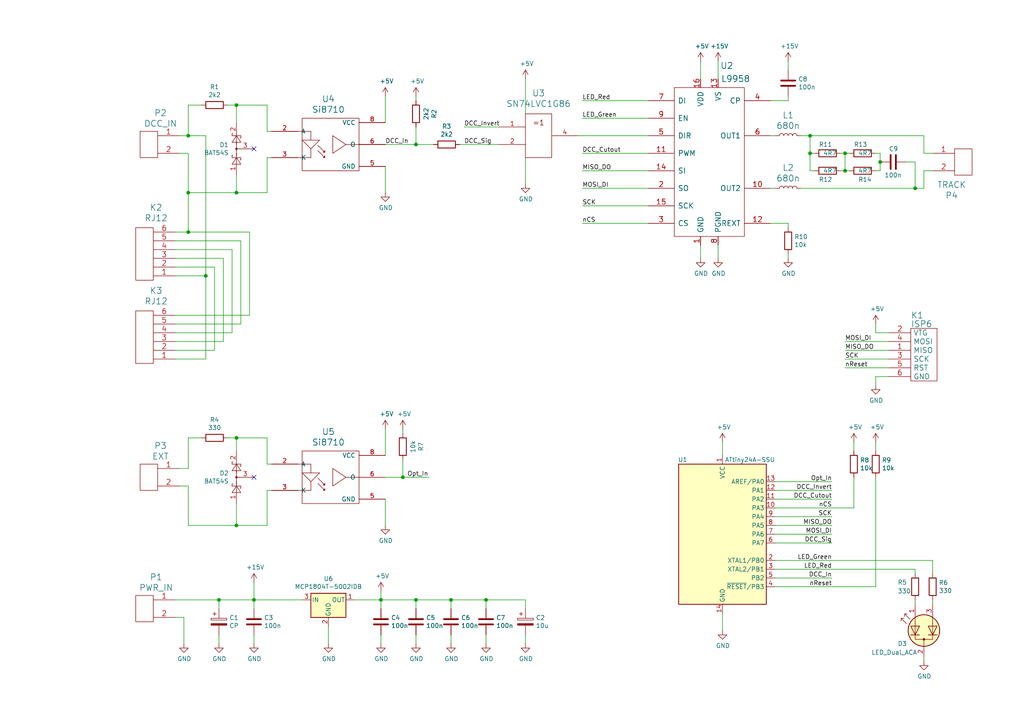
<source format=kicad_sch>
(kicad_sch (version 20211123) (generator eeschema)
  (paper "A4")
  (title_block (title "DCC Booster 3") (date "2020-07-07 MV") (rev "0436 -"))
  (lib_symbols
    (symbol "Device:C" (pin_numbers hide) (pin_names (offset 0.254))
      (property "Reference" "C" (at 0.635 2.54 0))
      (property "Value" "C" (at 0.635 -2.54 0))
      (symbol "C_0_1"
        (polyline (pts (xy -2.032 -0.762) (xy 2.032 -0.762)) (stroke (width 0.508)))
        (polyline (pts (xy -2.032 0.762) (xy 2.032 0.762)) (stroke (width 0.508)))
      )
      (symbol "C_1_1"
        (pin passive line (at 0 3.81 270) (length 2.794) (name "~") (number "1"))
        (pin passive line (at 0 -3.81 90) (length 2.794) (name "~") (number "2"))
      )
    )
    (symbol "Device:L" (pin_numbers hide) (pin_names (offset 1.016) hide)
      (property "Reference" "L" (at -1.27 0 90))
      (property "Value" "L" (at 1.905 0 90))
      (symbol "L_0_1"
        (arc (start 0 -2.54) (mid 0.635 -1.905) (end 0 -1.27))
        (arc (start 0 -1.27) (mid 0.635 -0.635) (end 0 0))
        (arc (start 0 0) (mid 0.635 0.635) (end 0 1.27))
        (arc (start 0 1.27) (mid 0.635 1.905) (end 0 2.54))
      )
      (symbol "L_1_1"
        (pin passive line (at 0 3.81 270) (length 1.27) (name "1") (number "1"))
        (pin passive line (at 0 -3.81 90) (length 1.27) (name "2") (number "2"))
      )
    )
    (symbol "Device:R" (pin_numbers hide) (pin_names (offset 0))
      (property "Reference" "R" (at 2.032 0 90))
      (property "Value" "R" (at 0 0 90))
      (symbol "R_0_1"
        (rectangle (start -1.016 -2.54) (end 1.016 2.54) (stroke (width 0.254)))
      )
      (symbol "R_1_1"
        (pin passive line (at 0 3.81 270) (length 1.27) (name "~") (number "1"))
        (pin passive line (at 0 -3.81 90) (length 1.27) (name "~") (number "2"))
      )
    )
    (symbol "Diode:BAT54S" (pin_names (offset 1.016))
      (property "Reference" "D" (at 0.635 -3.81 0))
      (property "Value" "BAT54S" (at -6.35 3.175 0))
      (symbol "BAT54S_0_1"
        (polyline (pts (xy -3.81 0) (xy -1.27 0)))
        (polyline (pts (xy -3.175 -1.27) (xy -3.175 -1.016)))
        (polyline (pts (xy -2.54 -1.27) (xy -3.175 -1.27)))
        (polyline (pts (xy -2.54 -1.27) (xy -2.54 1.27)))
        (polyline (pts (xy -2.54 1.27) (xy -1.905 1.27)))
        (polyline (pts (xy -1.905 0) (xy 1.905 0)))
        (polyline (pts (xy -1.905 1.27) (xy -1.905 1.016)))
        (polyline (pts (xy 1.27 0) (xy 3.81 0)))
        (polyline (pts (xy 3.175 -1.27) (xy 3.175 -1.016)))
        (polyline (pts (xy 3.81 -1.27) (xy 3.175 -1.27)))
        (polyline (pts (xy 3.81 -1.27) (xy 3.81 1.27)))
        (polyline (pts (xy 3.81 1.27) (xy 4.445 1.27)))
        (polyline (pts (xy 4.445 1.27) (xy 4.445 1.016)))
        (polyline (pts (xy -4.445 1.27) (xy -4.445 -1.27) (xy -2.54 0) (xy -4.445 1.27)))
        (polyline (pts (xy 1.905 1.27) (xy 1.905 -1.27) (xy 3.81 0) (xy 1.905 1.27)))
        (circle (center 0 0) (radius 0.254) (fill (type outline)))
      )
      (symbol "BAT54S_1_1"
        (pin passive line (at -7.62 0 0) (length 3.81) (name "~") (number "1"))
        (pin passive line (at 7.62 0 180) (length 3.81) (name "~") (number "2"))
        (pin passive line (at 0 -5.08 90) (length 5.08) (name "~") (number "3"))
      )
    )
    (symbol "Regulator_Linear:MCP1804x-5002xDB" (pin_names (offset 0.254))
      (property "Reference" "U" (at -3.81 3.175 0))
      (property "Value" "MCP1804x-5002xDB" (at -0.635 3.175 0))
      (symbol "MCP1804x-5002xDB_0_1"
        (rectangle (start -5.08 1.905) (end 5.08 -5.08) (stroke (width 0.254)) (fill (type background)))
      )
      (symbol "MCP1804x-5002xDB_1_1"
        (pin power_out line (at 7.62 0 180) (length 2.54) (name "OUT") (number "1"))
        (pin power_in line (at 0 -7.62 90) (length 2.54) (name "GND") (number "2"))
        (pin power_in line (at -7.62 0 0) (length 2.54) (name "IN") (number "3"))
      )
    )
    (symbol "base:CONN_2" (pin_names (offset 1.016) hide)
      (property "Reference" "P" (at -1.27 0 90))
      (property "Value" "CONN_2" (at 1.27 0 90))
      (symbol "CONN_2_0_1"
        (rectangle (start -2.54 3.81) (end 2.54 -3.81))
      )
      (symbol "CONN_2_1_1"
        (pin passive line (at -8.89 2.54 0) (length 6.35) (name "P1") (number "1"))
        (pin passive line (at -8.89 -2.54 0) (length 6.35) (name "PM") (number "2"))
      )
    )
    (symbol "base:CONN_6" (pin_names (offset 0.762) hide)
      (property "Reference" "P" (at -1.27 0 90))
      (property "Value" "CONN_6" (at 1.27 0 90))
      (symbol "CONN_6_0_1"
        (rectangle (start -2.54 7.62) (end 2.54 -7.62))
      )
      (symbol "CONN_6_1_1"
        (pin passive line (at -8.89 6.35 0) (length 6.35) (name "1") (number "1"))
        (pin passive line (at -8.89 3.81 0) (length 6.35) (name "2") (number "2"))
        (pin passive line (at -8.89 1.27 0) (length 6.35) (name "3") (number "3"))
        (pin passive line (at -8.89 -1.27 0) (length 6.35) (name "4") (number "4"))
        (pin passive line (at -8.89 -3.81 0) (length 6.35) (name "5") (number "5"))
        (pin passive line (at -8.89 -6.35 0) (length 6.35) (name "6") (number "6"))
      )
    )
    (symbol "base:ISP6" (pin_names (offset 0.762))
      (property "Reference" "K" (at -1.27 11.43 0))
      (property "Value" "ISP6" (at 0 8.89 0))
      (property "Footprint" "pin_array_3x2" (at -3.81 -2.54 90))
      (symbol "ISP6_0_1"
        (rectangle (start -2.54 7.62) (end 5.08 -7.62))
      )
      (symbol "ISP6_1_1"
        (pin passive line (at -8.89 1.27 0) (length 6.35) (name "MISO") (number "1"))
        (pin passive line (at -8.89 6.35 0) (length 6.35) (name "VTG") (number "2"))
        (pin passive line (at -8.89 -1.27 0) (length 6.35) (name "SCK") (number "3"))
        (pin passive line (at -8.89 3.81 0) (length 6.35) (name "MOSI") (number "4"))
        (pin passive line (at -8.89 -3.81 0) (length 6.35) (name "RST") (number "5"))
        (pin passive line (at -8.89 -6.35 0) (length 6.35) (name "GND") (number "6"))
      )
    )
    (symbol "base:L9958" (pin_names (offset 1.016))
      (property "Reference" "U" (at 6.35 22.86 0))
      (property "Value" "L9958" (at 7.62 -24.13 0))
      (symbol "L9958_0_1"
        (rectangle (start -10.16 -21.59) (end 10.16 21.59))
      )
      (symbol "L9958_1_1"
        (pin power_in line (at -2.54 -24.13 90) (length 2.54) (name "GND") (number "1"))
        (pin tri_state line (at 17.78 -7.62 180) (length 7.62) (name "OUT2") (number "10"))
        (pin input line (at -17.78 2.54 0) (length 7.62) (name "PWM") (number "11"))
        (pin passive line (at 17.78 -17.78 180) (length 7.62) (name "REXT") (number "12"))
        (pin power_in line (at 2.54 24.13 270) (length 2.54) (name "VS") (number "13"))
        (pin input line (at -17.78 -2.54 0) (length 7.62) (name "SI") (number "14"))
        (pin input line (at -17.78 -12.7 0) (length 7.62) (name "SCK") (number "15"))
        (pin power_in line (at -2.54 24.13 270) (length 2.54) (name "VDD") (number "16"))
        (pin output line (at -17.78 -7.62 0) (length 7.62) (name "SO") (number "2"))
        (pin input line (at -17.78 -17.78 0) (length 7.62) (name "CS") (number "3"))
        (pin passive line (at 17.78 17.78 180) (length 7.62) (name "CP") (number "4"))
        (pin input line (at -17.78 7.62 0) (length 7.62) (name "DIR") (number "5"))
        (pin tri_state line (at 17.78 7.62 180) (length 7.62) (name "OUT1") (number "6"))
        (pin input line (at -17.78 17.78 0) (length 7.62) (name "DI") (number "7"))
        (pin power_in line (at 2.54 -24.13 90) (length 2.54) (name "PGND") (number "8"))
        (pin input line (at -17.78 12.7 0) (length 7.62) (name "EN") (number "9"))
      )
    )
    (symbol "base:SN74LVC1G86" (pin_names (offset 1.778))
      (property "Reference" "U" (at -2.54 7.62 0))
      (property "Value" "SN74LVC1G86" (at -3.81 -7.62 0))
      (symbol "SN74LVC1G86_0_0"
        (text "=1" (at 0 3.81 0) (effects (font (size 1.524 1.524))))
        (pin power_in line (at -3.81 -6.35 90) (length 0) hide (name "GND") (number "3"))
        (pin power_in line (at -3.81 6.35 270) (length 0) hide (name "VCC") (number "5"))
      )
      (symbol "SN74LVC1G86_0_1"
        (rectangle (start -3.81 6.35) (end 3.81 -6.35))
      )
      (symbol "SN74LVC1G86_1_0"
        (pin input line (at -11.43 -2.54 0) (length 7.62) (name "~") (number "2"))
      )
      (symbol "SN74LVC1G86_1_1"
        (pin input line (at -11.43 2.54 0) (length 7.62) (name "~") (number "1"))
        (pin output line (at 11.43 0 180) (length 7.62) (name "~") (number "4"))
      )
    )
    (symbol "base:Si8710" (pin_names (offset 1.016))
      (property "Reference" "U" (at -6.35 10.16 0))
      (property "Value" "Si8710" (at -1.27 12.7 0))
      (symbol "Si8710_0_1"
        (rectangle (start -8.89 7.62) (end 7.62 -7.62))
        (polyline (pts (xy 3.81 0) (xy 7.62 0)))
        (polyline (pts (xy -10.16 -3.81) (xy -8.89 -3.81) (xy -8.89 -3.81)))
        (polyline (pts (xy -10.16 3.81) (xy -8.89 3.81) (xy -8.89 3.81)))
        (polyline (pts (xy -2.794 -2.286) (xy -2.286 -1.778) (xy -2.286 -1.778)))
        (polyline (pts (xy -6.35 -1.27) (xy -6.35 -3.81) (xy -8.89 -3.81) (xy -8.89 -3.81)))
        (polyline (pts (xy 0 2.54) (xy 0 -2.54) (xy 3.81 0) (xy 0 2.54)))
        (polyline (pts (xy -4.318 -0.254) (xy -2.286 -2.286) (xy -2.286 -1.778) (xy -2.286 -2.286) (xy -2.794 -2.286) (xy -2.794 -2.286)))
        (polyline (pts (xy -4.318 -1.778) (xy -2.286 -3.81) (xy -2.286 -3.302) (xy -2.286 -3.81) (xy -2.794 -3.81) (xy -2.286 -3.302) (xy -2.286 -3.302)))
        (polyline (pts (xy -8.89 3.81) (xy -6.35 3.81) (xy -6.35 1.27) (xy -8.89 1.27) (xy -6.35 -1.27) (xy -3.81 1.27) (xy -6.35 1.27) (xy -6.35 1.27)))
        (pin input line (at 15.24 -6.35 180) (length 7.62) (name "GND") (number "5"))
        (pin input line (at 15.24 6.35 180) (length 7.62) (name "VCC") (number "8"))
      )
      (symbol "Si8710_1_1"
        (pin input line (at -17.78 3.81 0) (length 7.62) (name "A") (number "2"))
        (pin input line (at -17.78 -3.81 0) (length 7.62) (name "K") (number "3"))
        (pin output line (at 15.24 0 180) (length 7.62) (name "O") (number "6"))
      )
    )
    (symbol "booster-rescue:ATtiny24A-SSU-MCU_Microchip_ATtiny"
      (property "Reference" "U" (at -12.7 21.59 0))
      (property "Value" "ATtiny24A-SSU-MCU_Microchip_ATtiny" (at 2.54 -21.59 0))
      (symbol "ATtiny24A-SSU-MCU_Microchip_ATtiny_0_1"
        (rectangle (start -12.7 -20.32) (end 12.7 20.32) (stroke (width 0.254)) (fill (type background)))
      )
      (symbol "ATtiny24A-SSU-MCU_Microchip_ATtiny_1_1"
        (pin power_in line (at 0 22.86 270) (length 2.54) (name "VCC") (number "1"))
        (pin bidirectional line (at 15.24 7.62 180) (length 2.54) (name "PA3") (number "10"))
        (pin bidirectional line (at 15.24 10.16 180) (length 2.54) (name "PA2") (number "11"))
        (pin bidirectional line (at 15.24 12.7 180) (length 2.54) (name "PA1") (number "12"))
        (pin bidirectional line (at 15.24 15.24 180) (length 2.54) (name "AREF/PA0") (number "13"))
        (pin power_in line (at 0 -22.86 90) (length 2.54) (name "GND") (number "14"))
        (pin bidirectional line (at 15.24 -7.62 180) (length 2.54) (name "XTAL1/PB0") (number "2"))
        (pin bidirectional line (at 15.24 -10.16 180) (length 2.54) (name "XTAL2/PB1") (number "3"))
        (pin bidirectional line (at 15.24 -15.24 180) (length 2.54) (name "~{RESET}/PB3") (number "4"))
        (pin bidirectional line (at 15.24 -12.7 180) (length 2.54) (name "PB2") (number "5"))
        (pin bidirectional line (at 15.24 -2.54 180) (length 2.54) (name "PA7") (number "6"))
        (pin bidirectional line (at 15.24 0 180) (length 2.54) (name "PA6") (number "7"))
        (pin bidirectional line (at 15.24 2.54 180) (length 2.54) (name "PA5") (number "8"))
        (pin bidirectional line (at 15.24 5.08 180) (length 2.54) (name "PA4") (number "9"))
      )
    )
    (symbol "booster-rescue:CP-Device" (pin_numbers hide) (pin_names (offset 0.254))
      (property "Reference" "C" (at 0.635 2.54 0))
      (property "Value" "CP-Device" (at 0.635 -2.54 0))
      (symbol "CP-Device_0_1"
        (rectangle (start -2.286 0.508) (end 2.286 1.016))
        (polyline (pts (xy -1.778 2.286) (xy -0.762 2.286)))
        (polyline (pts (xy -1.27 2.794) (xy -1.27 1.778)))
        (rectangle (start 2.286 -0.508) (end -2.286 -1.016) (fill (type outline)))
      )
      (symbol "CP-Device_1_1"
        (pin passive line (at 0 3.81 270) (length 2.794) (name "~") (number "1"))
        (pin passive line (at 0 -3.81 90) (length 2.794) (name "~") (number "2"))
      )
    )
    (symbol "booster-rescue:LED_Dual_ACA-Device" (pin_names (offset 0) hide)
      (property "Reference" "D" (at 0 5.715 0))
      (property "Value" "LED_Dual_ACA-Device" (at 0 -6.35 0))
      (symbol "LED_Dual_ACA-Device_0_1"
        (circle (center -2.54 0) (radius 0.2794) (fill (type outline)))
        (polyline (pts (xy -4.572 0) (xy -2.54 0)))
        (polyline (pts (xy -1.27 -1.27) (xy -1.27 -3.81)) (stroke (width 0.2032)))
        (polyline (pts (xy -1.27 1.27) (xy -1.27 3.81)) (stroke (width 0.2032)))
        (polyline (pts (xy 3.81 -2.54) (xy 1.905 -2.54)))
        (polyline (pts (xy 3.81 2.54) (xy 1.905 2.54)))
        (polyline (pts (xy 1.27 -3.81) (xy 1.27 -1.27) (xy -1.27 -2.54) (xy 1.27 -3.81)) (stroke (width 0.2032)))
        (polyline (pts (xy 1.27 1.27) (xy 1.27 3.81) (xy -1.27 2.54) (xy 1.27 1.27)) (stroke (width 0.2032)))
        (polyline (pts (xy 2.032 2.54) (xy -2.54 2.54) (xy -2.54 -2.54) (xy 2.032 -2.54)))
        (polyline (pts (xy 2.032 5.08) (xy 3.556 6.604) (xy 2.794 6.604) (xy 3.556 6.604) (xy 3.556 5.842)))
        (polyline (pts (xy 3.302 4.064) (xy 4.826 5.588) (xy 4.064 5.588) (xy 4.826 5.588) (xy 4.826 4.826)))
        (circle (center 0 0) (radius 4.572) (stroke (width 0.254)) (fill (type background)))
      )
      (symbol "LED_Dual_ACA-Device_1_1"
        (pin input line (at 7.62 2.54 180) (length 3.81) (name "A1") (number "1"))
        (pin input line (at -7.62 0 0) (length 3.048) (name "K") (number "2"))
        (pin input line (at 7.62 -2.54 180) (length 3.81) (name "A2") (number "3"))
      )
    )
    (symbol "power:+15V" (power) (pin_names (offset 0))
      (property "Value" "+15V" (at 0 3.556 0))
      (symbol "+15V_0_1"
        (polyline (pts (xy -0.762 1.27) (xy 0 2.54)))
        (polyline (pts (xy 0 0) (xy 0 2.54)))
        (polyline (pts (xy 0 2.54) (xy 0.762 1.27)))
      )
      (symbol "+15V_1_1"
        (pin power_in line (at 0 0 90) (length 0) hide (name "+15V") (number "1"))
      )
    )
    (symbol "power:+5V" (power) (pin_names (offset 0))
      (property "Value" "+5V" (at 0 3.556 0))
      (symbol "+5V_0_1"
        (polyline (pts (xy -0.762 1.27) (xy 0 2.54)))
        (polyline (pts (xy 0 0) (xy 0 2.54)))
        (polyline (pts (xy 0 2.54) (xy 0.762 1.27)))
      )
      (symbol "+5V_1_1"
        (pin power_in line (at 0 0 90) (length 0) hide (name "+5V") (number "1"))
      )
    )
    (symbol "power:GND" (power) (pin_names (offset 0))
      (property "Value" "GND" (at 0 -3.81 0))
      (symbol "GND_0_1"
        (polyline (pts (xy 0 0) (xy 0 -1.27) (xy 1.27 -1.27) (xy 0 -2.54) (xy -1.27 -1.27) (xy 0 -1.27)))
      )
      (symbol "GND_1_1"
        (pin power_in line (at 0 0 270) (length 0) hide (name "GND") (number "1"))
      )
    )
  )
  (junction (at 68.58 127))
  (junction (at 73.66 173.99))
  (junction (at 140.97 173.99))
  (junction (at 130.81 173.99))
  (junction (at 63.5 173.99))
  (junction (at 68.58 55.88))
  (junction (at 68.58 152.4))
  (junction (at 234.95 39.37))
  (junction (at 245.11 44.45))
  (junction (at 54.61 39.37))
  (junction (at 54.61 67.31))
  (junction (at 255.27 46.99))
  (junction (at 68.58 30.48))
  (junction (at 234.95 44.45))
  (junction (at 116.84 138.43))
  (junction (at 265.43 54.61))
  (junction (at 120.65 41.91))
  (junction (at 110.49 173.99))
  (junction (at 120.65 173.99))
  (junction (at 245.11 49.53))
  (junction (at 54.61 55.88))
  (junction (at 59.69 80.01))
  (no_connect (at 73.66 43.18))
  (no_connect (at 73.66 138.43))
  (wire (pts (xy 72.39 91.44) (xy 50.8 91.44)))
  (wire (pts (xy 223.52 64.77) (xy 228.6 64.77)))
  (wire (pts (xy 208.28 71.12) (xy 208.28 74.93)))
  (wire (pts (xy 270.51 173.99) (xy 270.51 175.26)))
  (wire (pts (xy 110.49 176.53) (xy 110.49 173.99)))
  (wire (pts (xy 50.8 77.47) (xy 62.23 77.47)))
  (wire (pts (xy 245.11 106.68) (xy 257.81 106.68)))
  (wire (pts (xy 245.11 44.45) (xy 246.38 44.45)))
  (wire (pts (xy 67.31 72.39) (xy 67.31 96.52)))
  (wire (pts (xy 208.28 17.78) (xy 208.28 22.86)))
  (wire (pts (xy 262.89 46.99) (xy 265.43 46.99)))
  (wire (pts (xy 95.25 186.69) (xy 95.25 181.61)))
  (wire (pts (xy 110.49 171.45) (xy 110.49 173.99)))
  (wire (pts (xy 116.84 124.46) (xy 116.84 125.73)))
  (wire (pts (xy 50.8 69.85) (xy 69.85 69.85)))
  (wire (pts (xy 111.76 138.43) (xy 116.84 138.43)))
  (wire (pts (xy 228.6 27.94) (xy 228.6 29.21)))
  (wire (pts (xy 78.74 45.72) (xy 77.47 45.72)))
  (wire (pts (xy 68.58 50.8) (xy 68.58 55.88)))
  (wire (pts (xy 72.39 67.31) (xy 72.39 91.44)))
  (wire (pts (xy 87.63 173.99) (xy 73.66 173.99)))
  (wire (pts (xy 54.61 39.37) (xy 54.61 30.48)))
  (wire (pts (xy 68.58 127) (xy 77.47 127)))
  (wire (pts (xy 255.27 49.53) (xy 255.27 46.99)))
  (wire (pts (xy 243.84 44.45) (xy 245.11 44.45)))
  (wire (pts (xy 68.58 130.81) (xy 68.58 127)))
  (wire (pts (xy 245.11 101.6) (xy 257.81 101.6)))
  (wire (pts (xy 54.61 55.88) (xy 54.61 67.31)))
  (wire (pts (xy 120.65 27.94) (xy 120.65 29.21)))
  (wire (pts (xy 120.65 36.83) (xy 120.65 41.91)))
  (wire (pts (xy 234.95 44.45) (xy 234.95 39.37)))
  (wire (pts (xy 224.79 142.24) (xy 241.3 142.24)))
  (wire (pts (xy 77.47 30.48) (xy 77.47 38.1)))
  (wire (pts (xy 267.97 39.37) (xy 267.97 44.45)))
  (wire (pts (xy 78.74 142.24) (xy 77.47 142.24)))
  (wire (pts (xy 64.77 99.06) (xy 50.8 99.06)))
  (wire (pts (xy 265.43 166.37) (xy 265.43 165.1)))
  (wire (pts (xy 167.64 39.37) (xy 187.96 39.37)))
  (wire (pts (xy 77.47 134.62) (xy 78.74 134.62)))
  (wire (pts (xy 62.23 77.47) (xy 62.23 101.6)))
  (wire (pts (xy 111.76 124.46) (xy 111.76 132.08)))
  (wire (pts (xy 77.47 45.72) (xy 77.47 55.88)))
  (wire (pts (xy 63.5 173.99) (xy 63.5 176.53)))
  (wire (pts (xy 59.69 104.14) (xy 50.8 104.14)))
  (wire (pts (xy 53.34 179.07) (xy 50.8 179.07)))
  (wire (pts (xy 73.66 168.91) (xy 73.66 173.99)))
  (wire (pts (xy 209.55 182.88) (xy 209.55 177.8)))
  (wire (pts (xy 111.76 48.26) (xy 111.76 55.88)))
  (wire (pts (xy 245.11 104.14) (xy 257.81 104.14)))
  (wire (pts (xy 53.34 186.69) (xy 53.34 179.07)))
  (wire (pts (xy 203.2 17.78) (xy 203.2 22.86)))
  (wire (pts (xy 140.97 176.53) (xy 140.97 173.99)))
  (wire (pts (xy 232.41 39.37) (xy 234.95 39.37)))
  (wire (pts (xy 77.47 142.24) (xy 77.47 152.4)))
  (wire (pts (xy 228.6 29.21) (xy 223.52 29.21)))
  (wire (pts (xy 234.95 39.37) (xy 267.97 39.37)))
  (wire (pts (xy 59.69 39.37) (xy 54.61 39.37)))
  (wire (pts (xy 152.4 173.99) (xy 152.4 176.53)))
  (wire (pts (xy 140.97 173.99) (xy 152.4 173.99)))
  (wire (pts (xy 59.69 80.01) (xy 59.69 104.14)))
  (wire (pts (xy 265.43 46.99) (xy 265.43 54.61)))
  (wire (pts (xy 254 49.53) (xy 255.27 49.53)))
  (wire (pts (xy 236.22 49.53) (xy 234.95 49.53)))
  (wire (pts (xy 120.65 41.91) (xy 125.73 41.91)))
  (wire (pts (xy 267.97 54.61) (xy 267.97 49.53)))
  (wire (pts (xy 77.47 127) (xy 77.47 134.62)))
  (wire (pts (xy 224.79 162.56) (xy 270.51 162.56)))
  (wire (pts (xy 224.79 167.64) (xy 241.3 167.64)))
  (wire (pts (xy 73.66 176.53) (xy 73.66 173.99)))
  (wire (pts (xy 187.96 34.29) (xy 168.91 34.29)))
  (wire (pts (xy 64.77 74.93) (xy 64.77 99.06)))
  (wire (pts (xy 245.11 44.45) (xy 245.11 49.53)))
  (wire (pts (xy 223.52 39.37) (xy 224.79 39.37)))
  (wire (pts (xy 254 93.98) (xy 254 96.52)))
  (wire (pts (xy 77.47 38.1) (xy 78.74 38.1)))
  (wire (pts (xy 243.84 49.53) (xy 245.11 49.53)))
  (wire (pts (xy 66.04 30.48) (xy 68.58 30.48)))
  (wire (pts (xy 130.81 173.99) (xy 140.97 173.99)))
  (wire (pts (xy 54.61 30.48) (xy 58.42 30.48)))
  (wire (pts (xy 110.49 173.99) (xy 120.65 173.99)))
  (wire (pts (xy 50.8 173.99) (xy 63.5 173.99)))
  (wire (pts (xy 54.61 44.45) (xy 52.07 44.45)))
  (wire (pts (xy 267.97 49.53) (xy 270.51 49.53)))
  (wire (pts (xy 247.65 128.27) (xy 247.65 130.81)))
  (wire (pts (xy 63.5 184.15) (xy 63.5 186.69)))
  (wire (pts (xy 255.27 44.45) (xy 255.27 46.99)))
  (wire (pts (xy 67.31 96.52) (xy 50.8 96.52)))
  (wire (pts (xy 69.85 69.85) (xy 69.85 93.98)))
  (wire (pts (xy 68.58 152.4) (xy 54.61 152.4)))
  (wire (pts (xy 187.96 59.69) (xy 168.91 59.69)))
  (wire (pts (xy 168.91 29.21) (xy 187.96 29.21)))
  (wire (pts (xy 267.97 44.45) (xy 270.51 44.45)))
  (wire (pts (xy 62.23 101.6) (xy 50.8 101.6)))
  (wire (pts (xy 224.79 154.94) (xy 241.3 154.94)))
  (wire (pts (xy 224.79 170.18) (xy 254 170.18)))
  (wire (pts (xy 69.85 93.98) (xy 50.8 93.98)))
  (wire (pts (xy 68.58 30.48) (xy 68.58 35.56)))
  (wire (pts (xy 52.07 135.89) (xy 54.61 135.89)))
  (wire (pts (xy 254 138.43) (xy 254 170.18)))
  (wire (pts (xy 110.49 184.15) (xy 110.49 186.69)))
  (wire (pts (xy 111.76 27.94) (xy 111.76 35.56)))
  (wire (pts (xy 152.4 184.15) (xy 152.4 186.69)))
  (wire (pts (xy 224.79 165.1) (xy 265.43 165.1)))
  (wire (pts (xy 68.58 146.05) (xy 68.58 152.4)))
  (wire (pts (xy 224.79 139.7) (xy 241.3 139.7)))
  (wire (pts (xy 224.79 147.32) (xy 247.65 147.32)))
  (wire (pts (xy 228.6 73.66) (xy 228.6 74.93)))
  (wire (pts (xy 223.52 54.61) (xy 224.79 54.61)))
  (wire (pts (xy 50.8 74.93) (xy 64.77 74.93)))
  (wire (pts (xy 203.2 71.12) (xy 203.2 74.93)))
  (wire (pts (xy 144.78 41.91) (xy 133.35 41.91)))
  (wire (pts (xy 120.65 173.99) (xy 130.81 173.99)))
  (wire (pts (xy 228.6 64.77) (xy 228.6 66.04)))
  (wire (pts (xy 254 109.22) (xy 257.81 109.22)))
  (wire (pts (xy 54.61 152.4) (xy 54.61 140.97)))
  (wire (pts (xy 234.95 49.53) (xy 234.95 44.45)))
  (wire (pts (xy 245.11 49.53) (xy 246.38 49.53)))
  (wire (pts (xy 120.65 184.15) (xy 120.65 186.69)))
  (wire (pts (xy 54.61 67.31) (xy 72.39 67.31)))
  (wire (pts (xy 144.78 36.83) (xy 134.62 36.83)))
  (wire (pts (xy 73.66 173.99) (xy 63.5 173.99)))
  (wire (pts (xy 140.97 184.15) (xy 140.97 186.69)))
  (wire (pts (xy 228.6 17.78) (xy 228.6 20.32)))
  (wire (pts (xy 187.96 49.53) (xy 168.91 49.53)))
  (wire (pts (xy 50.8 67.31) (xy 54.61 67.31)))
  (wire (pts (xy 116.84 138.43) (xy 124.46 138.43)))
  (wire (pts (xy 224.79 152.4) (xy 241.3 152.4)))
  (wire (pts (xy 130.81 184.15) (xy 130.81 186.69)))
  (wire (pts (xy 77.47 55.88) (xy 68.58 55.88)))
  (wire (pts (xy 254 44.45) (xy 255.27 44.45)))
  (wire (pts (xy 111.76 41.91) (xy 120.65 41.91)))
  (wire (pts (xy 265.43 54.61) (xy 267.97 54.61)))
  (wire (pts (xy 116.84 133.35) (xy 116.84 138.43)))
  (wire (pts (xy 130.81 176.53) (xy 130.81 173.99)))
  (wire (pts (xy 152.4 22.86) (xy 152.4 33.02)))
  (wire (pts (xy 68.58 30.48) (xy 77.47 30.48)))
  (wire (pts (xy 50.8 80.01) (xy 59.69 80.01)))
  (wire (pts (xy 267.97 191.77) (xy 267.97 190.5)))
  (wire (pts (xy 50.8 72.39) (xy 67.31 72.39)))
  (wire (pts (xy 254 111.76) (xy 254 109.22)))
  (wire (pts (xy 265.43 173.99) (xy 265.43 175.26)))
  (wire (pts (xy 187.96 44.45) (xy 168.91 44.45)))
  (wire (pts (xy 73.66 184.15) (xy 73.66 186.69)))
  (wire (pts (xy 102.87 173.99) (xy 110.49 173.99)))
  (wire (pts (xy 68.58 55.88) (xy 54.61 55.88)))
  (wire (pts (xy 224.79 157.48) (xy 241.3 157.48)))
  (wire (pts (xy 111.76 144.78) (xy 111.76 152.4)))
  (wire (pts (xy 270.51 162.56) (xy 270.51 166.37)))
  (wire (pts (xy 232.41 54.61) (xy 265.43 54.61)))
  (wire (pts (xy 54.61 55.88) (xy 54.61 44.45)))
  (wire (pts (xy 187.96 54.61) (xy 168.91 54.61)))
  (wire (pts (xy 120.65 176.53) (xy 120.65 173.99)))
  (wire (pts (xy 59.69 80.01) (xy 59.69 39.37)))
  (wire (pts (xy 187.96 64.77) (xy 168.91 64.77)))
  (wire (pts (xy 254 96.52) (xy 257.81 96.52)))
  (wire (pts (xy 77.47 152.4) (xy 68.58 152.4)))
  (wire (pts (xy 224.79 144.78) (xy 241.3 144.78)))
  (wire (pts (xy 224.79 149.86) (xy 241.3 149.86)))
  (wire (pts (xy 236.22 44.45) (xy 234.95 44.45)))
  (wire (pts (xy 66.04 127) (xy 68.58 127)))
  (wire (pts (xy 52.07 39.37) (xy 54.61 39.37)))
  (wire (pts (xy 54.61 140.97) (xy 52.07 140.97)))
  (wire (pts (xy 245.11 99.06) (xy 257.81 99.06)))
  (wire (pts (xy 209.55 128.27) (xy 209.55 132.08)))
  (wire (pts (xy 54.61 127) (xy 58.42 127)))
  (wire (pts (xy 247.65 138.43) (xy 247.65 147.32)))
  (wire (pts (xy 152.4 53.34) (xy 152.4 45.72)))
  (wire (pts (xy 54.61 135.89) (xy 54.61 127)))
  (wire (pts (xy 254 128.27) (xy 254 130.81)))
  (label "nReset" (at 241.3 170.18 180))
  (label "DCC_Invert" (at 241.3 142.24 180))
  (label "Opt_In" (at 241.3 139.7 180))
  (label "LED_Red" (at 241.3 165.1 180))
  (label "MISO_DO" (at 245.11 101.6 0))
  (label "nCS" (at 241.3 147.32 180))
  (label "DCC_Invert" (at 134.62 36.83 0))
  (label "DCC_In" (at 241.3 167.64 180))
  (label "MOSI_DI" (at 241.3 154.94 180))
  (label "nReset" (at 245.11 106.68 0))
  (label "MISO_DO" (at 241.3 152.4 180))
  (label "Opt_In" (at 118.11 138.43 0))
  (label "MOSI_DI" (at 168.91 54.61 0))
  (label "LED_Green" (at 168.91 34.29 0))
  (label "DCC_Sig" (at 134.62 41.91 0))
  (label "SCK" (at 245.11 104.14 0))
  (label "DCC_Cutout" (at 168.91 44.45 0))
  (label "DCC_Sig" (at 241.3 157.48 180))
  (label "nCS" (at 168.91 64.77 0))
  (label "DCC_In" (at 111.76 41.91 0))
  (label "LED_Green" (at 241.3 162.56 180))
  (label "LED_Red" (at 168.91 29.21 0))
  (label "SCK" (at 241.3 149.86 180))
  (label "SCK" (at 168.91 59.69 0))
  (label "MOSI_DI" (at 245.11 99.06 0))
  (label "DCC_Cutout" (at 241.3 144.78 180))
  (label "MISO_DO" (at 168.91 49.53 0))
  (symbol (lib_id "base:L9958") (at 205.74 46.99 0) (unit 1)
    (property "Reference" "U2" (at 210.82 19.05 0) (effects (font (size 1.778 1.778))))
    (property "Value" "L9958" (at 213.36 22.86 0) (effects (font (size 1.778 1.778))))
    (property "Footprint" "base:PowerSO-16" (effects hide))
  )
  (symbol (lib_id "Device:R") (at 129.54 41.91 270) (unit 1)
    (property "Reference" "R3" (at 129.54 36.6522 90))
    (property "Value" "2k2" (at 129.54 38.9636 90))
    (property "Footprint" "Resistor_SMD:R_0805_2012Metric_Pad1.15x1.40mm_HandSolder" (effects hide))
  )
  (symbol (lib_id "base:Si8710") (at 96.52 41.91 0) (unit 1)
    (property "Reference" "U4" (at 95.25 28.702 0) (effects (font (size 1.778 1.778))))
    (property "Value" "Si8710" (at 95.25 31.7754 0) (effects (font (size 1.778 1.778))))
    (property "Footprint" "Package_SO:SO-8_3.9x4.9mm_P1.27mm" (effects hide))
    (property "Datasheet" "https://www.silabs.com/documents/public/data-sheets/Si87xx.pdf" (effects hide))
  )
  (symbol (lib_id "base:SN74LVC1G86") (at 156.21 39.37 0) (unit 1)
    (property "Reference" "U3" (at 156.21 27.0256 0) (effects (font (size 1.778 1.778))))
    (property "Value" "SN74LVC1G86" (at 156.21 30.099 0) (effects (font (size 1.778 1.778))))
    (property "Footprint" "Package_TO_SOT_SMD:SOT-23-5_HandSoldering" (effects hide))
    (property "Datasheet" "http://www.ti.com/lit/ds/symlink/sn74lvc1g86.pdf" (effects hide))
  )
  (symbol (lib_id "Device:R") (at 228.6 69.85 0) (unit 1)
    (property "Reference" "R10" (at 230.378 68.6816 0) (effects (justify left)))
    (property "Value" "10k" (at 230.378 70.993 0) (effects (justify left)))
    (property "Footprint" "Resistor_SMD:R_0805_2012Metric_Pad1.15x1.40mm_HandSolder" (effects hide))
  )
  (symbol (lib_id "Device:C") (at 228.6 24.13 0) (unit 1)
    (property "Reference" "C8" (at 231.521 22.9616 0) (effects (justify left)))
    (property "Value" "100n" (at 231.521 25.273 0) (effects (justify left)))
    (property "Footprint" "Capacitor_SMD:C_0805_2012Metric_Pad1.15x1.40mm_HandSolder" (effects hide))
  )
  (symbol (lib_id "power:+15V") (at 228.6 17.78 0) (unit 1)
    (property "Reference" "#PWR026" (effects hide))
    (property "Value" "+15V" (at 228.981 13.3858 0))
  )
  (symbol (lib_id "Device:R") (at 247.65 134.62 0) (unit 1)
    (property "Reference" "R8" (at 249.428 133.4516 0) (effects (justify left)))
    (property "Value" "10k" (at 249.428 135.763 0) (effects (justify left)))
    (property "Footprint" "Resistor_SMD:R_0805_2012Metric_Pad1.15x1.40mm_HandSolder" (effects hide))
  )
  (symbol (lib_id "Device:R") (at 254 134.62 0) (unit 1)
    (property "Reference" "R9" (at 255.778 133.4516 0) (effects (justify left)))
    (property "Value" "10k" (at 255.778 135.763 0) (effects (justify left)))
    (property "Footprint" "Resistor_SMD:R_0805_2012Metric_Pad1.15x1.40mm_HandSolder" (effects hide))
  )
  (symbol (lib_id "power:+5V") (at 203.2 17.78 0) (unit 1)
    (property "Reference" "#PWR019" (effects hide))
    (property "Value" "+5V" (at 203.581 13.3858 0))
  )
  (symbol (lib_id "power:+15V") (at 208.28 17.78 0) (unit 1)
    (property "Reference" "#PWR021" (effects hide))
    (property "Value" "+15V" (at 208.661 13.3858 0))
  )
  (symbol (lib_id "power:+5V") (at 247.65 128.27 0) (unit 1)
    (property "Reference" "#PWR08" (effects hide))
    (property "Value" "+5V" (at 248.031 123.8758 0))
  )
  (symbol (lib_id "power:+5V") (at 254 128.27 0) (unit 1)
    (property "Reference" "#PWR012" (effects hide))
    (property "Value" "+5V" (at 254.381 123.8758 0))
  )
  (symbol (lib_id "power:+5V") (at 152.4 22.86 0) (unit 1)
    (property "Reference" "#PWR09" (effects hide))
    (property "Value" "+5V" (at 152.781 18.4658 0))
  )
  (symbol (lib_id "power:GND") (at 228.6 74.93 0) (unit 1)
    (property "Reference" "#PWR027" (effects hide))
    (property "Value" "GND" (at 228.727 79.3242 0))
  )
  (symbol (lib_id "power:+5V") (at 111.76 27.94 0) (unit 1)
    (property "Reference" "#PWR01" (effects hide))
    (property "Value" "+5V" (at 112.141 23.5458 0))
  )
  (symbol (lib_id "power:+5V") (at 209.55 128.27 0) (unit 1)
    (property "Reference" "#PWR03" (effects hide))
    (property "Value" "+5V" (at 209.931 123.8758 0))
  )
  (symbol (lib_id "power:GND") (at 152.4 53.34 0) (unit 1)
    (property "Reference" "#PWR010" (effects hide))
    (property "Value" "GND" (at 152.527 57.7342 0))
  )
  (symbol (lib_id "power:GND") (at 111.76 55.88 0) (unit 1)
    (property "Reference" "#PWR02" (effects hide))
    (property "Value" "GND" (at 111.887 60.2742 0))
  )
  (symbol (lib_id "power:GND") (at 209.55 182.88 0) (unit 1)
    (property "Reference" "#PWR04" (effects hide))
    (property "Value" "GND" (at 209.677 187.2742 0))
  )
  (symbol (lib_id "power:GND") (at 203.2 74.93 0) (unit 1)
    (property "Reference" "#PWR020" (effects hide))
    (property "Value" "GND" (at 203.327 79.3242 0))
  )
  (symbol (lib_id "power:GND") (at 208.28 74.93 0) (unit 1)
    (property "Reference" "#PWR022" (effects hide))
    (property "Value" "GND" (at 208.407 79.3242 0))
  )
  (symbol (lib_id "base:ISP6") (at 266.7 102.87 0) (unit 1)
    (property "Reference" "K1" (at 264.16 91.44 0) (effects (font (size 1.778 1.778)) (justify left)))
    (property "Value" "ISP6" (at 264.16 93.98 0) (effects (font (size 1.778 1.778)) (justify left)))
    (property "Footprint" "base:header_3x2" (effects hide))
  )
  (symbol (lib_id "power:+5V") (at 254 93.98 0) (unit 1)
    (property "Reference" "#PWR017" (effects hide))
    (property "Value" "+5V" (at 254.381 89.5858 0))
  )
  (symbol (lib_id "power:GND") (at 254 111.76 0) (unit 1)
    (property "Reference" "#PWR018" (effects hide))
    (property "Value" "GND" (at 254.127 116.1542 0))
  )
  (symbol (lib_id "Device:R") (at 265.43 170.18 0) (unit 1)
    (property "Reference" "R5" (at 260.35 168.91 0) (effects (justify left)))
    (property "Value" "330" (at 260.35 171.45 0) (effects (justify left)))
    (property "Footprint" "Resistor_SMD:R_0805_2012Metric_Pad1.15x1.40mm_HandSolder" (effects hide))
  )
  (symbol (lib_id "Device:R") (at 270.51 170.18 0) (unit 1)
    (property "Reference" "R6" (at 272.288 169.0116 0) (effects (justify left)))
    (property "Value" "330" (at 272.288 171.323 0) (effects (justify left)))
    (property "Footprint" "Resistor_SMD:R_0805_2012Metric_Pad1.15x1.40mm_HandSolder" (effects hide))
  )
  (symbol (lib_id "power:GND") (at 267.97 191.77 0) (unit 1)
    (property "Reference" "#PWR013" (effects hide))
    (property "Value" "GND" (at 268.097 196.1642 0))
  )
  (symbol (lib_id "base:CONN_2") (at 41.91 176.53 0) (mirror y) (unit 1)
    (property "Reference" "P1" (at 45.2882 167.386 0) (effects (font (size 1.778 1.778))))
    (property "Value" "PWR_IN" (at 45.2882 170.4594 0) (effects (font (size 1.778 1.778))))
    (property "Footprint" "base:AKL330_02" (effects hide))
  )
  (symbol (lib_id "base:CONN_2") (at 279.4 46.99 0) (unit 1)
    (property "Reference" "P4" (at 276.0218 56.6674 0) (effects (font (size 1.778 1.778))))
    (property "Value" "TRACK" (at 276.0218 53.594 0) (effects (font (size 1.778 1.778))))
    (property "Footprint" "base:AKL330_02" (effects hide))
  )
  (symbol (lib_id "base:CONN_2") (at 43.18 41.91 0) (mirror y) (unit 1)
    (property "Reference" "P2" (at 46.5582 32.766 0) (effects (font (size 1.778 1.778))))
    (property "Value" "DCC_IN" (at 46.5582 35.8394 0) (effects (font (size 1.778 1.778))))
    (property "Footprint" "base:AKL330_02" (effects hide))
  )
  (symbol (lib_id "Device:L") (at 228.6 39.37 90) (unit 1)
    (property "Reference" "L1" (at 228.6 33.401 90) (effects (font (size 1.778 1.778))))
    (property "Value" "680n" (at 228.6 36.4744 90) (effects (font (size 1.778 1.778))))
    (property "Footprint" "base:MDMK4040" (effects hide))
  )
  (symbol (lib_id "Device:L") (at 228.6 54.61 90) (unit 1)
    (property "Reference" "L2" (at 228.6 48.641 90) (effects (font (size 1.778 1.778))))
    (property "Value" "680n" (at 228.6 51.7144 90) (effects (font (size 1.778 1.778))))
    (property "Footprint" "base:MDMK4040" (effects hide))
  )
  (symbol (lib_id "Device:C") (at 259.08 46.99 270) (unit 1)
    (property "Reference" "C9" (at 257.81 43.18 90) (effects (justify left)))
    (property "Value" "100n" (at 256.54 50.8 90) (effects (justify left)))
    (property "Footprint" "Capacitor_SMD:C_1206_3216Metric_Pad1.42x1.75mm_HandSolder" (effects hide))
  )
  (symbol (lib_id "Device:R") (at 240.03 44.45 270) (unit 1)
    (property "Reference" "R11" (at 237.49 41.91 90) (effects (justify left)))
    (property "Value" "4R7" (at 238.76 44.45 90) (effects (justify left)))
    (property "Footprint" "Resistor_SMD:R_1206_3216Metric_Pad1.42x1.75mm_HandSolder" (effects hide))
  )
  (symbol (lib_id "Device:R") (at 250.19 44.45 270) (unit 1)
    (property "Reference" "R13" (at 247.65 41.91 90) (effects (justify left)))
    (property "Value" "4R7" (at 248.92 44.45 90) (effects (justify left)))
    (property "Footprint" "Resistor_SMD:R_1206_3216Metric_Pad1.42x1.75mm_HandSolder" (effects hide))
  )
  (symbol (lib_id "Device:R") (at 240.03 49.53 270) (unit 1)
    (property "Reference" "R12" (at 237.49 52.07 90) (effects (justify left)))
    (property "Value" "4R7" (at 238.76 49.53 90) (effects (justify left)))
    (property "Footprint" "Resistor_SMD:R_1206_3216Metric_Pad1.42x1.75mm_HandSolder" (effects hide))
  )
  (symbol (lib_id "Device:R") (at 250.19 49.53 270) (unit 1)
    (property "Reference" "R14" (at 248.92 52.07 90) (effects (justify left)))
    (property "Value" "4R7" (at 248.92 49.53 90) (effects (justify left)))
    (property "Footprint" "Resistor_SMD:R_1206_3216Metric_Pad1.42x1.75mm_HandSolder" (effects hide))
  )
  (symbol (lib_id "Device:R") (at 62.23 30.48 270) (unit 1)
    (property "Reference" "R1" (at 62.23 25.2222 90))
    (property "Value" "2k2" (at 62.23 27.5336 90))
    (property "Footprint" "Resistor_SMD:R_0805_2012Metric_Pad1.15x1.40mm_HandSolder" (effects hide))
  )
  (symbol (lib_id "base:Si8710") (at 96.52 138.43 0) (unit 1)
    (property "Reference" "U5" (at 95.25 125.222 0) (effects (font (size 1.778 1.778))))
    (property "Value" "Si8710" (at 95.25 128.2954 0) (effects (font (size 1.778 1.778))))
    (property "Footprint" "Package_SO:SO-8_3.9x4.9mm_P1.27mm" (effects hide))
    (property "Datasheet" "https://www.silabs.com/documents/public/data-sheets/Si87xx.pdf" (effects hide))
  )
  (symbol (lib_id "power:+5V") (at 111.76 124.46 0) (unit 1)
    (property "Reference" "#PWR06" (effects hide))
    (property "Value" "+5V" (at 112.141 120.0658 0))
  )
  (symbol (lib_id "power:GND") (at 111.76 152.4 0) (unit 1)
    (property "Reference" "#PWR07" (effects hide))
    (property "Value" "GND" (at 111.887 156.7942 0))
  )
  (symbol (lib_id "base:CONN_2") (at 43.18 138.43 0) (mirror y) (unit 1)
    (property "Reference" "P3" (at 46.5582 129.286 0) (effects (font (size 1.778 1.778))))
    (property "Value" "EXT" (at 46.5582 132.3594 0) (effects (font (size 1.778 1.778))))
    (property "Footprint" "base:AKL330_02" (effects hide))
  )
  (symbol (lib_id "Device:R") (at 62.23 127 270) (unit 1)
    (property "Reference" "R4" (at 62.23 121.7422 90))
    (property "Value" "330" (at 62.23 124.0536 90))
    (property "Footprint" "Resistor_SMD:R_0805_2012Metric_Pad1.15x1.40mm_HandSolder" (effects hide))
  )
  (symbol (lib_id "Diode:BAT54S") (at 68.58 43.18 90) (unit 1)
    (property "Reference" "D1" (at 66.3448 42.0116 90) (effects (justify left)))
    (property "Value" "BAT54S" (at 66.3448 44.323 90) (effects (justify left)))
    (property "Footprint" "Package_TO_SOT_SMD:SOT-23_Handsoldering" (effects hide))
    (property "Datasheet" "https://www.diodes.com/assets/Datasheets/ds11005.pdf" (effects hide))
  )
  (symbol (lib_id "Diode:BAT54S") (at 68.58 138.43 90) (unit 1)
    (property "Reference" "D2" (at 66.3448 137.2616 90) (effects (justify left)))
    (property "Value" "BAT54S" (at 66.3448 139.573 90) (effects (justify left)))
    (property "Footprint" "Package_TO_SOT_SMD:SOT-23_Handsoldering" (effects hide))
    (property "Datasheet" "https://www.diodes.com/assets/Datasheets/ds11005.pdf" (effects hide))
  )
  (symbol (lib_id "booster-rescue:LED_Dual_ACA-Device") (at 267.97 182.88 90) (unit 1)
    (property "Reference" "D3" (at 260.35 186.69 90) (effects (justify right)))
    (property "Value" "LED_Dual_ACA" (at 252.73 189.23 90) (effects (justify right)))
    (property "Footprint" "LED_THT:LED_D3.0mm-3" (effects hide))
  )
  (symbol (lib_id "booster-rescue:ATtiny24A-SSU-MCU_Microchip_ATtiny") (at 209.55 154.94 0) (unit 1)
    (property "Reference" "U1" (at 199.39 133.35 0) (effects (justify right)))
    (property "Value" "ATtiny24A-SSU" (at 224.79 133.35 0) (effects (justify right)))
    (property "Footprint" "Package_SO:SOIC-14_3.9x8.7mm_P1.27mm" (effects hide))
    (property "Datasheet" "http://ww1.microchip.com/downloads/en/DeviceDoc/doc8183.pdf" (effects hide))
  )
  (symbol (lib_id "Device:R") (at 120.65 33.02 180) (unit 1)
    (property "Reference" "R2" (at 125.9078 33.02 90))
    (property "Value" "2k2" (at 123.5964 33.02 90))
    (property "Footprint" "Resistor_SMD:R_0805_2012Metric_Pad1.15x1.40mm_HandSolder" (effects hide))
  )
  (symbol (lib_id "Device:R") (at 116.84 129.54 180) (unit 1)
    (property "Reference" "R7" (at 122.0978 129.54 90))
    (property "Value" "10k" (at 119.7864 129.54 90))
    (property "Footprint" "Resistor_SMD:R_0805_2012Metric_Pad1.15x1.40mm_HandSolder" (effects hide))
  )
  (symbol (lib_id "power:+5V") (at 116.84 124.46 0) (unit 1)
    (property "Reference" "#PWR011" (effects hide))
    (property "Value" "+5V" (at 117.221 120.0658 0))
  )
  (symbol (lib_id "power:+5V") (at 120.65 27.94 0) (unit 1)
    (property "Reference" "#PWR05" (effects hide))
    (property "Value" "+5V" (at 121.031 23.5458 0))
  )
  (symbol (lib_id "Regulator_Linear:MCP1804x-5002xDB") (at 95.25 173.99 0) (unit 1)
    (property "Reference" "U6" (at 95.25 167.8432 0))
    (property "Value" "MCP1804T-5002IDB" (at 95.25 170.1546 0))
    (property "Footprint" "Package_TO_SOT_SMD:SOT-223-3_TabPin2" (effects hide))
    (property "Datasheet" "http://ww1.microchip.com/downloads/en/DeviceDoc/20002200D.pdf" (effects hide))
  )
  (symbol (lib_id "power:GND") (at 95.25 186.69 0) (unit 1)
    (property "Reference" "#PWR023" (effects hide))
    (property "Value" "GND" (at 95.377 191.0842 0))
  )
  (symbol (lib_id "power:+15V") (at 73.66 168.91 0) (unit 1)
    (property "Reference" "#PWR015" (effects hide))
    (property "Value" "+15V" (at 74.041 164.5158 0))
  )
  (symbol (lib_id "power:+5V") (at 110.49 171.45 0) (unit 1)
    (property "Reference" "#PWR024" (effects hide))
    (property "Value" "+5V" (at 110.871 167.0558 0))
  )
  (symbol (lib_id "Device:C") (at 110.49 180.34 0) (unit 1)
    (property "Reference" "C4" (at 113.411 179.1716 0) (effects (justify left)))
    (property "Value" "100n" (at 113.411 181.483 0) (effects (justify left)))
    (property "Footprint" "Capacitor_SMD:C_0805_2012Metric_Pad1.15x1.40mm_HandSolder" (effects hide))
  )
  (symbol (lib_id "Device:C") (at 120.65 180.34 0) (unit 1)
    (property "Reference" "C5" (at 123.571 179.1716 0) (effects (justify left)))
    (property "Value" "100n" (at 123.571 181.483 0) (effects (justify left)))
    (property "Footprint" "Capacitor_SMD:C_0805_2012Metric_Pad1.15x1.40mm_HandSolder" (effects hide))
  )
  (symbol (lib_id "Device:C") (at 130.81 180.34 0) (unit 1)
    (property "Reference" "C6" (at 133.731 179.1716 0) (effects (justify left)))
    (property "Value" "100n" (at 133.731 181.483 0) (effects (justify left)))
    (property "Footprint" "Capacitor_SMD:C_0805_2012Metric_Pad1.15x1.40mm_HandSolder" (effects hide))
  )
  (symbol (lib_id "Device:C") (at 140.97 180.34 0) (unit 1)
    (property "Reference" "C7" (at 143.891 179.1716 0) (effects (justify left)))
    (property "Value" "100n" (at 143.891 181.483 0) (effects (justify left)))
    (property "Footprint" "Capacitor_SMD:C_0805_2012Metric_Pad1.15x1.40mm_HandSolder" (effects hide))
  )
  (symbol (lib_id "Device:C") (at 73.66 180.34 0) (unit 1)
    (property "Reference" "C3" (at 76.581 179.1716 0) (effects (justify left)))
    (property "Value" "100n" (at 76.581 181.483 0) (effects (justify left)))
    (property "Footprint" "Capacitor_SMD:C_0805_2012Metric_Pad1.15x1.40mm_HandSolder" (effects hide))
  )
  (symbol (lib_id "power:GND") (at 110.49 186.69 0) (unit 1)
    (property "Reference" "#PWR025" (effects hide))
    (property "Value" "GND" (at 110.617 191.0842 0))
  )
  (symbol (lib_id "power:GND") (at 120.65 186.69 0) (unit 1)
    (property "Reference" "#PWR028" (effects hide))
    (property "Value" "GND" (at 120.777 191.0842 0))
  )
  (symbol (lib_id "power:GND") (at 130.81 186.69 0) (unit 1)
    (property "Reference" "#PWR029" (effects hide))
    (property "Value" "GND" (at 130.937 191.0842 0))
  )
  (symbol (lib_id "power:GND") (at 140.97 186.69 0) (unit 1)
    (property "Reference" "#PWR030" (effects hide))
    (property "Value" "GND" (at 141.097 191.0842 0))
  )
  (symbol (lib_id "booster-rescue:CP-Device") (at 152.4 180.34 0) (unit 1)
    (property "Reference" "C2" (at 155.3972 179.1716 0) (effects (justify left)))
    (property "Value" "10u" (at 155.3972 181.483 0) (effects (justify left)))
    (property "Footprint" "Capacitor_Tantalum_SMD:CP_EIA-3216-18_Kemet-A_Pad1.58x1.35mm_HandSolder" (effects hide))
    (property "Datasheet" "http://www.vishay.com/docs/40002/293d.pdf" (effects hide))
  )
  (symbol (lib_id "power:GND") (at 152.4 186.69 0) (unit 1)
    (property "Reference" "#PWR031" (effects hide))
    (property "Value" "GND" (at 152.527 191.0842 0))
  )
  (symbol (lib_id "base:CONN_6") (at 41.91 73.66 180) (unit 1)
    (property "Reference" "K2" (at 45.2882 60.1726 0) (effects (font (size 1.778 1.778))))
    (property "Value" "RJ12" (at 45.2882 63.246 0) (effects (font (size 1.778 1.778))))
    (property "Footprint" "base:RJ12_schmal" (effects hide))
  )
  (symbol (lib_id "base:CONN_6") (at 41.91 97.79 180) (unit 1)
    (property "Reference" "K3" (at 45.2882 84.3026 0) (effects (font (size 1.778 1.778))))
    (property "Value" "RJ12" (at 45.2882 87.376 0) (effects (font (size 1.778 1.778))))
    (property "Footprint" "base:RJ12_schmal" (effects hide))
  )
  (symbol (lib_id "booster-rescue:CP-Device") (at 63.5 180.34 0) (unit 1)
    (property "Reference" "C1" (at 66.4972 179.1716 0) (effects (justify left)))
    (property "Value" "CP" (at 66.4972 181.483 0) (effects (justify left)))
    (property "Footprint" "Capacitor_THT:CP_Radial_D16.0mm_P7.50mm" (effects hide))
  )
  (symbol (lib_id "power:GND") (at 73.66 186.69 0) (unit 1)
    (property "Reference" "#PWR016" (effects hide))
    (property "Value" "GND" (at 73.787 191.0842 0))
  )
  (symbol (lib_id "power:GND") (at 63.5 186.69 0) (unit 1)
    (property "Reference" "#PWR014" (effects hide))
    (property "Value" "GND" (at 63.627 191.0842 0))
  )
  (symbol (lib_id "power:GND") (at 53.34 186.69 0) (unit 1)
    (property "Reference" "#PWR0101" (effects hide))
    (property "Value" "GND" (at 53.467 191.0842 0))
  )
)
</source>
